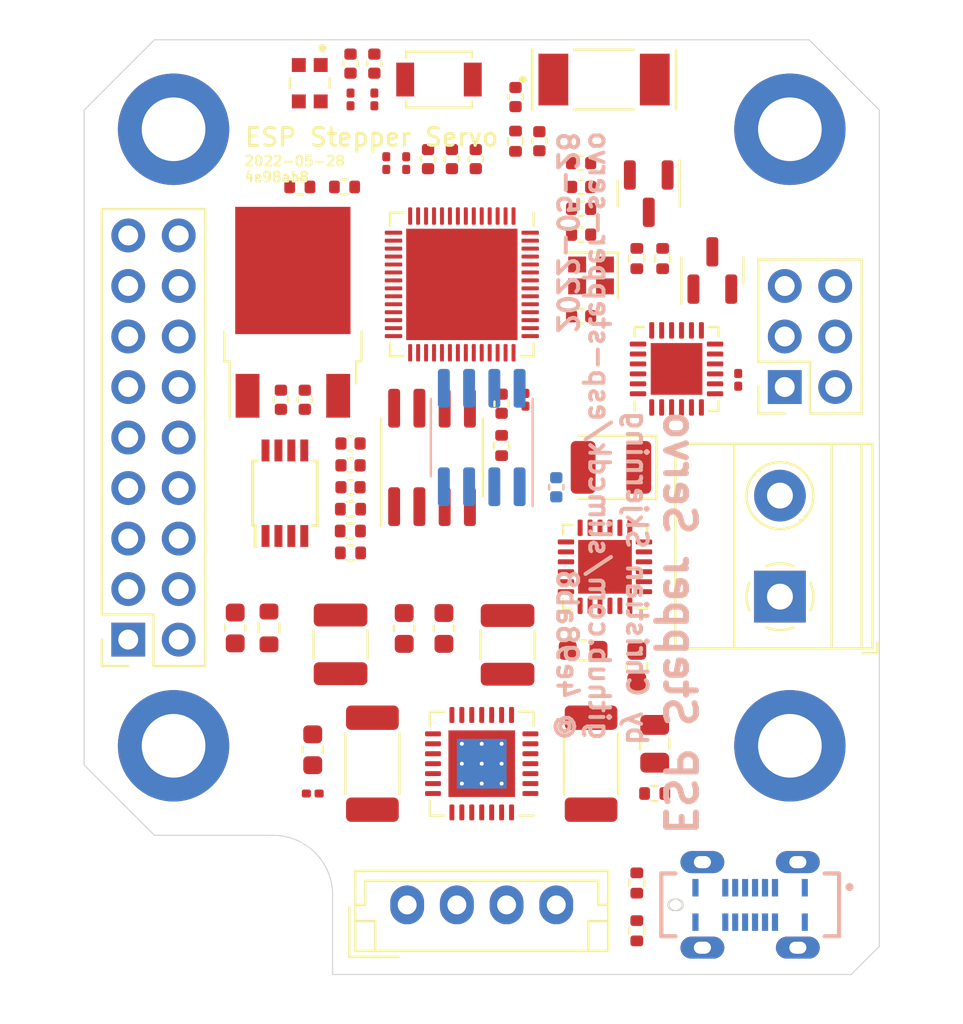
<source format=kicad_pcb>
(kicad_pcb (version 20211014) (generator pcbnew)
  (title_block (title "ESP Stepper Servo") (date "${date}") (rev "${commit}") (comment 1 "github.com/slimcdk/esp-stepper-servo/tree/${commit}"))
  (layers (0 "F.Cu" signal) (1 "In1.Cu" signal) (2 "In2.Cu" signal) (31 "B.Cu" signal) (34 "B.Paste" user) (35 "F.Paste" user) (36 "B.SilkS" user "B.Silkscreen") (37 "F.SilkS" user "F.Silkscreen") (38 "B.Mask" user) (39 "F.Mask" user) (44 "Edge.Cuts" user))
  (property "DATE_REPLACE" "2022-05-25")
  (property "commit" "4e98ab8")
  (property "commit_long" "abc5fc4a894f32302d7b4985fbf801590768d1d1")
  (property "commit_short" "abc5fc4")
  (property "date" "2022-05-28")
  (property "version" "577a51b")
  (net 0 "")
  (net 1 "GND")
  (net 2 "+3V3")
  (net 3 "VBUS")
  (net 4 "/ESP_EN")
  (net 5 "Net-(AE1-Pad1)")
  (net 6 "Net-(C10-Pad2)")
  (net 7 "Net-(C11-Pad2)")
  (net 8 "Net-(C11-Pad1)")
  (net 9 "Net-(D1-Pad4)")
  (net 11 "Net-(C9-Pad1)")
  (net 12 "Net-(C26-Pad2)")
  (net 13 "/ESP_IO47")
  (net 14 "/ESP_SPIVDD")
  (net 15 "Net-(C35-Pad2)")
  (net 16 "/ESP_IO03")
  (net 19 "/ESP_IO02")
  (net 20 "/USB_D- {slash} ESP_IO19")
  (net 21 "/ESP_IO18")
  (net 22 "/ESP_IO17")
  (net 23 "/ESP_IO14")
  (net 24 "/TMC2209_EN {slash} ESP_IO06")
  (net 25 "/I2C_SDA {slash} ESP_IO05")
  (net 26 "/I2C_SCL {slash} ESP_IO04")
  (net 27 "/UART1_RXD {slash} ESP_IO46")
  (net 28 "/UART1_TXD {slash} ESP_IO45")
  (net 29 "/USB_CC1")
  (net 30 "/USB_D+")
  (net 32 "/USB_D-")
  (net 34 "/USB_CC2")
  (net 35 "/TMC2209_OA2")
  (net 59 "/TMC2209_OA1")
  (net 60 "/TMC2209_OB2")
  (net 61 "/TMC2209_OB1")
  (net 62 "/ESP_IO00")
  (net 63 "/UART0_RXD {slash} ESP_IO44")
  (net 64 "/UART0_TXD {slash} ESP_IO43")
  (net 65 "Net-(C20-Pad1)")
  (net 66 "/CP2102_RTS")
  (net 67 "/CP2102_DTR")
  (net 78 "/TMC2209_DIAG")
  (net 79 "Net-(Q1-Pad1)")
  (net 80 "Net-(Q2-Pad1)")
  (net 81 "Net-(U8-Pad2)")
  (net 82 "Net-(R15-Pad2)")
  (net 95 "/SR_S {slash} ESP_IO10")
  (net 96 "/LED {slash} ESP_IO01")
  (net 97 "/SPICS1 {slash} ESP_IO26")
  (net 98 "/AS5601_A_ITR {slash} ESP_IO11")
  (net 99 "/AS5601_B_ITR {slash} ESP_IO12")
  (net 100 "/ESP_IO13")
  (net 101 "/USB_D+ {slash} ESP_IO20")
  (net 102 "/ESP_IO21")
  (net 103 "/SPIHD {slash} ESP_IO27")
  (net 104 "/SPIWP {slash} ESP_IO28")
  (net 105 "/SPICLK {slash} ESP_IO30")
  (net 106 "/SPIQ {slash} ESP_IO31")
  (net 107 "/SPID {slash} ESP_IO32")
  (net 108 "/TMC2209_STEP {slash} ESP_IO07")
  (net 109 "/TMC2209_DIR {slash} ESP_IO08")
  (net 110 "/SR_Q {slash} ESP_IO09")
  (net 111 "Net-(C8-Pad2)")
  (net 112 "Net-(R12-Pad2)")
  (net 113 "Net-(R13-Pad2)")
  (net 114 "Net-(R19-Pad1)")
  (footprint "MountingHole:MountingHole_3.2mm_M3_DIN965_Pad" (layer "F.Cu") (at 34.5 65.5)
    (fp_text reference "H4" hide)
    (fp_text value "M3 MountingHole")
    (pad "1" thru_hole circle locked (at 0 0) (size 5.6 5.6) (drill 3.2) (layers *.Cu *.Mask))
  )
  (footprint "MountingHole:MountingHole_3.2mm_M3_DIN965_Pad" (layer "F.Cu") (at 65.5 34.5)
    (fp_text reference "H3" hide)
    (fp_text value "M3 MountingHole")
    (pad "1" thru_hole circle locked (at 0 0) (size 5.6 5.6) (drill 3.2) (layers *.Cu *.Mask))
  )
  (footprint "MountingHole:MountingHole_3.2mm_M3_DIN965_Pad" (layer "F.Cu") (at 65.5 65.5)
    (fp_text reference "H1" hide)
    (fp_text value "M3 MountingHole")
    (pad "1" thru_hole circle locked (at 0 0) (size 5.6 5.6) (drill 3.2) (layers *.Cu *.Mask))
  )
  (footprint "MountingHole:MountingHole_3.2mm_M3_DIN965_Pad" (layer "F.Cu") (at 34.5 34.5)
    (fp_text reference "H2" hide)
    (fp_text value "M3 MountingHole")
    (pad "1" thru_hole circle locked (at 0 0) (size 5.6 5.6) (drill 3.2) (layers *.Cu *.Mask))
  )
  (footprint "Connector_PinSocket_2.54mm:PinSocket_2x09_P2.54mm_Vertical" (layer "F.Cu") (at 32.22 60.16 180)
    (fp_text reference "J1" hide)
    (fp_text value "Conn_01x18_Female")
    (pad "1" thru_hole rect locked (at 0 0 180) (size 1.7 1.7) (drill 1) (layers *.Cu *.Mask) (net 1 "GND"))
    (pad "2" thru_hole oval locked (at -2.54 0 180) (size 1.7 1.7) (drill 1) (layers *.Cu *.Mask) (net 3 "VBUS"))
    (pad "3" thru_hole oval locked (at 0 2.54 180) (size 1.7 1.7) (drill 1) (layers *.Cu *.Mask) (net 1 "GND"))
    (pad "4" thru_hole oval locked (at -2.54 2.54 180) (size 1.7 1.7) (drill 1) (layers *.Cu *.Mask) (net 3 "VBUS"))
    (pad "5" thru_hole oval locked (at 0 5.08 180) (size 1.7 1.7) (drill 1) (layers *.Cu *.Mask) (net 1 "GND"))
    (pad "6" thru_hole oval locked (at -2.54 5.08 180) (size 1.7 1.7) (drill 1) (layers *.Cu *.Mask) (net 3 "VBUS"))
    (pad "7" thru_hole oval locked (at 0 7.62 180) (size 1.7 1.7) (drill 1) (layers *.Cu *.Mask))
    (pad "8" thru_hole oval locked (at -2.54 7.62 180) (size 1.7 1.7) (drill 1) (layers *.Cu *.Mask))
    (pad "9" thru_hole oval locked (at 0 10.16 180) (size 1.7 1.7) (drill 1) (layers *.Cu *.Mask))
    (pad "10" thru_hole oval locked (at -2.54 10.16 180) (size 1.7 1.7) (drill 1) (layers *.Cu *.Mask))
    (pad "11" thru_hole oval locked (at 0 12.7 180) (size 1.7 1.7) (drill 1) (layers *.Cu *.Mask))
    (pad "12" thru_hole oval locked (at -2.54 12.7 180) (size 1.7 1.7) (drill 1) (layers *.Cu *.Mask))
    (pad "13" thru_hole oval locked (at 0 15.24 180) (size 1.7 1.7) (drill 1) (layers *.Cu *.Mask) (net 1 "GND"))
    (pad "14" thru_hole oval locked (at -2.54 15.24 180) (size 1.7 1.7) (drill 1) (layers *.Cu *.Mask) (net 24 "/TMC2209_EN {slash} ESP_IO06"))
    (pad "15" thru_hole oval locked (at 0 17.78 180) (size 1.7 1.7) (drill 1) (layers *.Cu *.Mask) (net 25 "/I2C_SDA {slash} ESP_IO05"))
    (pad "16" thru_hole oval locked (at -2.54 17.78 180) (size 1.7 1.7) (drill 1) (layers *.Cu *.Mask) (net 26 "/I2C_SCL {slash} ESP_IO04"))
    (pad "17" thru_hole oval locked (at 0 20.32 180) (size 1.7 1.7) (drill 1) (layers *.Cu *.Mask) (net 27 "/UART1_RXD {slash} ESP_IO46"))
    (pad "18" thru_hole oval locked (at -2.54 20.32 180) (size 1.7 1.7) (drill 1) (layers *.Cu *.Mask) (net 28 "/UART1_TXD {slash} ESP_IO45"))
  )
  (footprint "Resistor_SMD:R_0402_1005Metric" (layer "F.Cu") (at 43.4 53.6 180)
    (fp_text reference "R9" hide)
    (fp_text value "100K")
    (pad "1" smd roundrect (at -0.51 0 180) (size 0.54 0.64) (layers "F.Cu" "F.Paste" "F.Mask") (net 14 "/ESP_SPIVDD"))
    (pad "2" smd roundrect (at 0.51 0 180) (size 0.54 0.64) (layers "F.Cu" "F.Paste" "F.Mask") (net 97 "/SPICS1 {slash} ESP_IO26"))
  )
  (footprint "Resistor_SMD:R_0402_1005Metric" (layer "F.Cu") (at 51.7 35.1 -90)
    (fp_text reference "L1" hide)
    (fp_text value "0R")
    (pad "1" smd roundrect (at -0.51 0 270) (size 0.54 0.64) (layers "F.Cu" "F.Paste" "F.Mask") (net 5 "Net-(AE1-Pad1)"))
    (pad "2" smd roundrect (at 0.51 0 270) (size 0.54 0.64) (layers "F.Cu" "F.Paste" "F.Mask") (net 65 "Net-(C20-Pad1)"))
  )
  (footprint "Capacitor_SMD:C_0603_1608Metric" (layer "F.Cu") (at 41.5 65.7 -90)
    (fp_text reference "C14" hide)
    (fp_text value "100nF")
    (pad "1" smd roundrect (at -0.775 0 270) (size 0.9 0.95) (layers "F.Cu" "F.Paste" "F.Mask") (net 1 "GND"))
    (pad "2" smd roundrect (at 0.775 0 270) (size 0.9 0.95) (layers "F.Cu" "F.Paste" "F.Mask") (net 2 "+3V3"))
  )
  (footprint "Resistor_SMD:R_0201_0603Metric" (layer "F.Cu") (at 52.2 48.1 -90)
    (fp_text reference "R11" hide)
    (fp_text value "1K-1%")
    (pad "1" smd roundrect (at -0.32 0 270) (size 0.46 0.4) (layers "F.Cu" "F.Mask") (net 28 "/UART1_TXD {slash} ESP_IO45"))
    (pad "2" smd roundrect (at 0.32 0 270) (size 0.46 0.4) (layers "F.Cu" "F.Mask") (net 27 "/UART1_RXD {slash} ESP_IO46"))
  )
  (footprint "Capacitor_SMD:C_0402_1005Metric" (layer "F.Cu") (at 55 37.4 180)
    (fp_text reference "C30" hide)
    (fp_text value "1µF")
    (pad "1" smd roundrect (at -0.48 0 180) (size 0.56 0.62) (layers "F.Cu" "F.Paste" "F.Mask") (net 1 "GND"))
    (pad "2" smd roundrect (at 0.48 0 180) (size 0.56 0.62) (layers "F.Cu" "F.Paste" "F.Mask") (net 2 "+3V3"))
  )
  (footprint "Package_SO:SOIC-8_3.9x4.9mm_P1.27mm" (layer "F.Cu") (at 47.5 51 90)
    (fp_text reference "U7" hide)
    (fp_text value "ESP-PSRAM32")
    (pad "1" smd roundrect (at -2.475 -1.905 90) (size 1.95 0.6) (layers "F.Cu" "F.Paste" "F.Mask") (net 97 "/SPICS1 {slash} ESP_IO26"))
    (pad "2" smd roundrect (at -2.475 -0.635 90) (size 1.95 0.6) (layers "F.Cu" "F.Paste" "F.Mask") (net 106 "/SPIQ {slash} ESP_IO31"))
    (pad "3" smd roundrect (at -2.475 0.635 90) (size 1.95 0.6) (layers "F.Cu" "F.Paste" "F.Mask") (net 104 "/SPIWP {slash} ESP_IO28"))
    (pad "4" smd roundrect (at -2.475 1.905 90) (size 1.95 0.6) (layers "F.Cu" "F.Paste" "F.Mask") (net 1 "GND"))
    (pad "5" smd roundrect (at 2.475 1.905 90) (size 1.95 0.6) (layers "F.Cu" "F.Paste" "F.Mask") (net 107 "/SPID {slash} ESP_IO32"))
    (pad "6" smd roundrect (at 2.475 0.635 90) (size 1.95 0.6) (layers "F.Cu" "F.Paste" "F.Mask") (net 105 "/SPICLK {slash} ESP_IO30"))
    (pad "7" smd roundrect (at 2.475 -0.635 90) (size 1.95 0.6) (layers "F.Cu" "F.Paste" "F.Mask") (net 103 "/SPIHD {slash} ESP_IO27"))
    (pad "8" smd roundrect (at 2.475 -1.905 90) (size 1.95 0.6) (layers "F.Cu" "F.Paste" "F.Mask") (net 14 "/ESP_SPIVDD"))
  )
  (footprint "Resistor_SMD:R_0201_0603Metric" (layer "F.Cu") (at 46.2 36.2 -90)
    (fp_text reference "R20" hide)
    (fp_text value "4K7")
    (pad "1" smd roundrect (at -0.32 0 270) (size 0.46 0.4) (layers "F.Cu" "F.Mask") (net 2 "+3V3"))
    (pad "2" smd roundrect (at 0.32 0 270) (size 0.46 0.4) (layers "F.Cu" "F.Mask") (net 26 "/I2C_SCL {slash} ESP_IO04"))
  )
  (footprint "Resistor_SMD:R_0402_1005Metric" (layer "F.Cu") (at 43.4 55.8)
    (fp_text reference "R18" hide)
    (fp_text value "20K")
    (pad "1" smd roundrect (at -0.51 0) (size 0.54 0.64) (layers "F.Cu" "F.Paste" "F.Mask") (net 95 "/SR_S {slash} ESP_IO10"))
    (pad "2" smd roundrect (at 0.51 0) (size 0.54 0.64) (layers "F.Cu" "F.Paste" "F.Mask") (net 1 "GND"))
  )
  (footprint "Package_DFN_QFN:QFN-28-1EP_5x5mm_P0.5mm_EP3.35x3.35mm_ThermalVias" (layer "F.Cu") (at 50 66.4 180)
    (fp_text reference "U5" hide)
    (fp_text value "TMC2209-LA")
    (pad "1" smd roundrect (at -2.45 -1.5 180) (size 0.8 0.25) (layers "F.Cu" "F.Paste" "F.Mask") (net 60 "/TMC2209_OB2"))
    (pad "2" smd roundrect (at -2.45 -1 180) (size 0.8 0.25) (layers "F.Cu" "F.Paste" "F.Mask") (net 24 "/TMC2209_EN {slash} ESP_IO06"))
    (pad "3" smd roundrect (at -2.45 -0.5 180) (size 0.8 0.25) (layers "F.Cu" "F.Paste" "F.Mask") (net 1 "GND"))
    (pad "4" smd roundrect (at -2.45 0 180) (size 0.8 0.25) (layers "F.Cu" "F.Paste" "F.Mask") (net 7 "Net-(C11-Pad2)"))
    (pad "5" smd roundrect (at -2.45 0.5 180) (size 0.8 0.25) (layers "F.Cu" "F.Paste" "F.Mask") (net 8 "Net-(C11-Pad1)"))
    (pad "6" smd roundrect (at -2.45 1 180) (size 0.8 0.25) (layers "F.Cu" "F.Paste" "F.Mask") (net 6 "Net-(C10-Pad2)"))
    (pad "7" smd roundrect (at -2.45 1.5 180) (size 0.8 0.25) (layers "F.Cu" "F.Paste" "F.Mask"))
    (pad "8" smd roundrect (at -1.5 2.45 180) (size 0.25 0.8) (layers "F.Cu" "F.Paste" "F.Mask") (net 11 "Net-(C9-Pad1)"))
    (pad "9" smd roundrect (at -1 2.45 180) (size 0.25 0.8) (layers "F.Cu" "F.Paste" "F.Mask"))
    (pad "10" smd roundrect (at -0.5 2.45 180) (size 0.25 0.8) (layers "F.Cu" "F.Paste" "F.Mask"))
    (pad "11" smd roundrect (at 0 2.45 180) (size 0.25 0.8) (layers "F.Cu" "F.Paste" "F.Mask") (net 78 "/TMC2209_DIAG"))
    (pad "12" smd roundrect (at 0.5 2.45 180) (size 0.25 0.8) (layers "F.Cu" "F.Paste" "F.Mask"))
    (pad "13" smd roundrect (at 1 2.45 180) (size 0.25 0.8) (layers "F.Cu" "F.Paste" "F.Mask") (net 1 "GND"))
    (pad "14" smd roundrect (at 1.5 2.45 180) (size 0.25 0.8) (layers "F.Cu" "F.Paste" "F.Mask") (net 27 "/UART1_RXD {slash} ESP_IO46"))
    (pad "15" smd roundrect (at 2.45 1.5 180) (size 0.8 0.25) (layers "F.Cu" "F.Paste" "F.Mask") (net 2 "+3V3"))
    (pad "16" smd roundrect (at 2.45 1 180) (size 0.8 0.25) (layers "F.Cu" "F.Paste" "F.Mask") (net 108 "/TMC2209_STEP {slash} ESP_IO07"))
    (pad "17" smd roundrect (at 2.45 0.5 180) (size 0.8 0.25) (layers "F.Cu" "F.Paste" "F.Mask"))
    (pad "18" smd roundrect (at 2.45 0 180) (size 0.8 0.25) (layers "F.Cu" "F.Paste" "F.Mask") (net 1 "GND"))
    (pad "19" smd roundrect (at 2.45 -0.5 180) (size 0.8 0.25) (layers "F.Cu" "F.Paste" "F.Mask") (net 109 "/TMC2209_DIR {slash} ESP_IO08"))
    (pad "20" smd roundrect (at 2.45 -1 180) (size 0.8 0.25) (layers "F.Cu" "F.Paste" "F.Mask") (net 114 "Net-(R19-Pad1)"))
    (pad "21" smd roundrect (at 2.45 -1.5 180) (size 0.8 0.25) (layers "F.Cu" "F.Paste" "F.Mask") (net 35 "/TMC2209_OA2"))
    (pad "22" smd roundrect (at 1.5 -2.45 180) (size 0.25 0.8) (layers "F.Cu" "F.Paste" "F.Mask") (net 3 "VBUS"))
    (pad "23" smd roundrect (at 1 -2.45 180) (size 0.25 0.8) (layers "F.Cu" "F.Paste" "F.Mask") (net 112 "Net-(R12-Pad2)"))
    (pad "24" smd roundrect (at 0.5 -2.45 180) (size 0.25 0.8) (layers "F.Cu" "F.Paste" "F.Mask") (net 59 "/TMC2209_OA1"))
    (pad "25" smd roundrect (at 0 -2.45 180) (size 0.25 0.8) (layers "F.Cu" "F.Paste" "F.Mask"))
    (pad "26" smd roundrect (at -0.5 -2.45 180) (size 0.25 0.8) (layers "F.Cu" "F.Paste" "F.Mask") (net 61 "/TMC2209_OB1"))
    (pad "27" smd roundrect (at -1 -2.45 180) (size 0.25 0.8) (layers "F.Cu" "F.Paste" "F.Mask") (net 113 "Net-(R13-Pad2)"))
    (pad "28" smd roundrect (at -1.5 -2.45 180) (size 0.25 0.8) (layers "F.Cu" "F.Paste" "F.Mask") (net 3 "VBUS"))
    (pad "29" smd rect (at 0 0 180) (size 3.35 3.35) (layers "F.Cu" "F.Mask") (net 1 "GND"))
    (pad "29" thru_hole circle (at 1 -1 180) (size 0.5 0.5) (drill 0.2) (layers *.Cu) (net 1 "GND"))
    (pad "29" thru_hole circle (at 0 0 180) (size 0.5 0.5) (drill 0.2) (layers *.Cu) (net 1 "GND"))
    (pad "29" smd rect (at 0 0 180) (size 2.5 2.5) (layers "B.Cu") (net 1 "GND"))
    (pad "29" thru_hole circle (at 0 1 180) (size 0.5 0.5) (drill 0.2) (layers *.Cu) (net 1 "GND"))
    (pad "29" thru_hole circle (at -1 1 180) (size 0.5 0.5) (drill 0.2) (layers *.Cu) (net 1 "GND"))
    (pad "29" thru_hole circle (at 1 1 180) (size 0.5 0.5) (drill 0.2) (layers *.Cu) (net 1 "GND"))
    (pad "29" thru_hole circle (at 0 -1 180) (size 0.5 0.5) (drill 0.2) (layers *.Cu) (net 1 "GND"))
    (pad "29" thru_hole circle (at 1 0 180) (size 0.5 0.5) (drill 0.2) (layers *.Cu) (net 1 "GND"))
    (pad "29" thru_hole circle (at -1 0 180) (size 0.5 0.5) (drill 0.2) (layers *.Cu) (net 1 "GND"))
    (pad "29" thru_hole circle (at -1 -1 180) (size 0.5 0.5) (drill 0.2) (layers *.Cu) (net 1 "GND"))
  )
  (footprint "Slimc_RF_Antenna:XCVR_NN01-102" (layer "F.Cu") (at 56.1535 32)
    (fp_text reference "AE1" hide)
    (fp_text value "Antenna")
    (pad "1" smd rect (at -2.55 0) (size 1.5 2.6) (layers "F.Cu" "F.Paste" "F.Mask") (net 5 "Net-(AE1-Pad1)"))
    (pad "2" smd rect (at 2.55 0) (size 1.5 2.6) (layers "F.Cu" "F.Paste" "F.Mask") (net 1 "GND"))
  )
  (footprint "Resistor_SMD:R_0201_0603Metric" (layer "F.Cu") (at 41.5 67.9 180)
    (fp_text reference "R19" hide)
    (fp_text value "100K")
    (pad "1" smd roundrect (at -0.32 0 180) (size 0.46 0.4) (layers "F.Cu" "F.Mask") (net 114 "Net-(R19-Pad1)"))
    (pad "2" smd roundrect (at 0.32 0 180) (size 0.46 0.4) (layers "F.Cu" "F.Mask") (net 1 "GND"))
  )
  (footprint "Button_Switch_SMD:SW_SPST_B3U-1000P" (layer "F.Cu") (at 47.85 32 180)
    (fp_text reference "SW1" hide)
    (fp_text value "RST_SW_Push")
    (pad "1" smd rect (at -1.7 0 180) (size 0.9 1.7) (layers "F.Cu" "F.Paste" "F.Mask") (net 1 "GND"))
    (pad "2" smd rect (at 1.7 0 180) (size 0.9 1.7) (layers "F.Cu" "F.Paste" "F.Mask") (net 4 "/ESP_EN"))
  )
  (footprint "Capacitor_SMD:C_0402_1005Metric" (layer "F.Cu") (at 39.9 48.1 90)
    (fp_text reference "C3" hide)
    (fp_text value "10µF-35V")
    (pad "1" smd roundrect (at -0.48 0 90) (size 0.56 0.62) (layers "F.Cu" "F.Paste" "F.Mask") (net 1 "GND"))
    (pad "2" smd roundrect (at 0.48 0 90) (size 0.56 0.62) (layers "F.Cu" "F.Paste" "F.Mask") (net 3 "VBUS"))
  )
  (footprint "Capacitor_SMD:C_1210_3225Metric" (layer "F.Cu") (at 42.9 60.4 -90)
    (fp_text reference "C15" hide)
    (fp_text value "10µF-50V")
    (pad "1" smd roundrect (at -1.475 0 270) (size 1.15 2.7) (layers "F.Cu" "F.Paste" "F.Mask") (roundrect_rratio 0.2173913043) (net 3 "VBUS"))
    (pad "2" smd roundrect (at 1.475 0 270) (size 1.15 2.7) (layers "F.Cu" "F.Paste" "F.Mask") (roundrect_rratio 0.2173913043) (net 1 "GND"))
  )
  (footprint "Resistor_SMD:R_0201_0603Metric" (layer "F.Cu") (at 43.4 33 90)
    (fp_text reference "R4" hide)
    (fp_text value "230")
    (pad "1" smd roundrect (at -0.32 0 90) (size 0.46 0.4) (layers "F.Cu" "F.Mask") (net 96 "/LED {slash} ESP_IO01"))
    (pad "2" smd roundrect (at 0.32 0 90) (size 0.46 0.4) (layers "F.Cu" "F.Mask") (net 9 "Net-(D1-Pad4)"))
  )
  (footprint "Capacitor_SMD:C_0603_1608Metric" (layer "F.Cu") (at 37.6 59.575 90)
    (fp_text reference "C8" hide)
    (fp_text value "1µF-50V")
    (pad "1" smd roundrect (at -0.775 0 90) (size 0.9 0.95) (layers "F.Cu" "F.Paste" "F.Mask") (net 3 "VBUS"))
    (pad "2" smd roundrect (at 0.775 0 90) (size 0.9 0.95) (layers "F.Cu" "F.Paste" "F.Mask") (net 111 "Net-(C8-Pad2)"))
  )
  (footprint "Connector_JST:JST_EH_B4B-EH-A_1x04_P2.50mm_Vertical" (layer "F.Cu") (at 46.25 73.5)
    (fp_text reference "J3" hide)
    (fp_text value "Motor_Conn_01x04")
    (pad "1" thru_hole oval locked (at 0 0) (size 1.7 1.95) (drill 0.95) (layers *.Cu *.Mask) (net 35 "/TMC2209_OA2"))
    (pad "2" thru_hole oval locked (at 2.5 0) (size 1.7 1.95) (drill 0.95) (layers *.Cu *.Mask) (net 59 "/TMC2209_OA1"))
    (pad "3" thru_hole oval locked (at 5 0) (size 1.7 1.95) (drill 0.95) (layers *.Cu *.Mask) (net 61 "/TMC2209_OB1"))
    (pad "4" thru_hole oval locked (at 7.5 0) (size 1.7 1.95) (drill 0.95) (layers *.Cu *.Mask) (net 60 "/TMC2209_OB2"))
  )
  (footprint "Capacitor_SMD:C_0402_1005Metric" (layer "F.Cu") (at 55 38.5 180)
    (fp_text reference "C7" hide)
    (fp_text value "10nF")
    (pad "1" smd roundrect (at -0.48 0 180) (size 0.56 0.62) (layers "F.Cu" "F.Paste" "F.Mask") (net 1 "GND"))
    (pad "2" smd roundrect (at 0.48 0 180) (size 0.56 0.62) (layers "F.Cu" "F.Paste" "F.Mask") (net 2 "+3V3"))
  )
  (footprint "Resistor_SMD:R_2010_5025Metric" (layer "F.Cu") (at 44.5 66.4 -90)
    (fp_text reference "R12" hide)
    (fp_text value "0R100")
    (pad "1" smd roundrect (at -2.3125 0 270) (size 1.225 2.65) (layers "F.Cu" "F.Paste" "F.Mask") (roundrect_rratio 0.2040816327) (net 1 "GND"))
    (pad "2" smd roundrect (at 2.3125 0 270) (size 1.225 2.65) (layers "F.Cu" "F.Paste" "F.Mask") (roundrect_rratio 0.2040816327) (net 112 "Net-(R12-Pad2)"))
  )
  (footprint "Resistor_SMD:R_0201_0603Metric" (layer "F.Cu") (at 62.9 47.1 90)
    (fp_text reference "R15" hide)
    (fp_text value "10K")
    (pad "1" smd roundrect (at -0.32 0 90) (size 0.46 0.4) (layers "F.Cu" "F.Mask") (net 2 "+3V3"))
    (pad "2" smd roundrect (at 0.32 0 90) (size 0.46 0.4) (layers "F.Cu" "F.Mask") (net 82 "Net-(R15-Pad2)"))
  )
  (footprint "Package_TO_SOT_SMD:SOT-23" (layer "F.Cu") (at 58.4 37.737087 -90)
    (fp_text reference "Q2" hide)
    (fp_text value "SS8050-G")
    (pad "1" smd roundrect (at -0.9375 -0.95 270) (size 1.475 0.6) (layers "F.Cu" "F.Paste" "F.Mask") (net 80 "Net-(Q2-Pad1)"))
    (pad "2" smd roundrect (at -0.9375 0.95 270) (size 1.475 0.6) (layers "F.Cu" "F.Paste" "F.Mask") (net 67 "/CP2102_DTR"))
    (pad "3" smd roundrect (at 0.9375 0 270) (size 1.475 0.6) (layers "F.Cu" "F.Paste" "F.Mask") (net 62 "/ESP_IO00"))
  )
  (footprint "Capacitor_SMD:C_0402_1005Metric" (layer "F.Cu") (at 52.9 35.1 90)
    (fp_text reference "C20" hide)
    (fp_text value "NC")
    (pad "1" smd roundrect (at -0.48 0 90) (size 0.56 0.62) (layers "F.Cu" "F.Paste" "F.Mask") (net 65 "Net-(C20-Pad1)"))
    (pad "2" smd roundrect (at 0.48 0 90) (size 0.56 0.62) (layers "F.Cu" "F.Paste" "F.Mask") (net 1 "GND"))
  )
  (footprint "Capacitor_SMD:C_0402_1005Metric" (layer "F.Cu") (at 43.4 50.3)
    (fp_text reference "C33" hide)
    (fp_text value "100nF")
    (pad "1" smd roundrect (at -0.48 0) (size 0.56 0.62) (layers "F.Cu" "F.Paste" "F.Mask") (net 1 "GND"))
    (pad "2" smd roundrect (at 0.48 0) (size 0.56 0.62) (layers "F.Cu" "F.Paste" "F.Mask") (net 2 "+3V3"))
  )
  (footprint "Resistor_SMD:R_0402_1005Metric" (layer "F.Cu") (at 57.8 72.4 90)
    (fp_text reference "R8" hide)
    (fp_text value "5K1")
    (pad "1" smd roundrect (at -0.51 0 90) (size 0.54 0.64) (layers "F.Cu" "F.Paste" "F.Mask") (net 29 "/USB_CC1"))
    (pad "2" smd roundrect (at 0.51 0 90) (size 0.54 0.64) (layers "F.Cu" "F.Paste" "F.Mask") (net 1 "GND"))
  )
  (footprint "Resistor_SMD:R_0402_1005Metric" (layer "F.Cu") (at 57.8 74.8 -90)
    (fp_text reference "R10" hide)
    (fp_text value "5K1")
    (pad "1" smd roundrect (at -0.51 0 270) (size 0.54 0.64) (layers "F.Cu" "F.Paste" "F.Mask") (net 34 "/USB_CC2"))
    (pad "2" smd roundrect (at 0.51 0 270) (size 0.54 0.64) (layers "F.Cu" "F.Paste" "F.Mask") (net 1 "GND"))
  )
  (footprint "Capacitor_SMD:C_0402_1005Metric" (layer "F.Cu") (at 43.4 31.2 90)
    (fp_text reference "C1" hide)
    (fp_text value "100nF")
    (pad "1" smd roundrect (at -0.48 0 90) (size 0.56 0.62) (layers "F.Cu" "F.Paste" "F.Mask") (net 2 "+3V3"))
    (pad "2" smd roundrect (at 0.48 0 90) (size 0.56 0.62) (layers "F.Cu" "F.Paste" "F.Mask") (net 1 "GND"))
  )
  (footprint "Capacitor_SMD:C_0402_1005Metric" (layer "F.Cu") (at 48.5 36 -90)
    (fp_text reference "C5" hide)
    (fp_text value "1µF")
    (pad "1" smd roundrect (at -0.48 0 270) (size 0.56 0.62) (layers "F.Cu" "F.Paste" "F.Mask") (net 1 "GND"))
    (pad "2" smd roundrect (at 0.48 0 270) (size 0.56 0.62) (layers "F.Cu" "F.Paste" "F.Mask") (net 2 "+3V3"))
  )
  (footprint "Resistor_SMD:R_0402_1005Metric" (layer "F.Cu") (at 59.1 41 90)
    (fp_text reference "R17" hide)
    (fp_text value "10K")
    (pad "1" smd roundrect (at -0.51 0 90) (size 0.54 0.64) (layers "F.Cu" "F.Paste" "F.Mask") (net 66 "/CP2102_RTS"))
    (pad "2" smd roundrect (at 0.51 0 90) (size 0.54 0.64) (layers "F.Cu" "F.Paste" "F.Mask") (net 80 "Net-(Q2-Pad1)"))
  )
  (footprint "Package_DFN_QFN:QFN-56-1EP_7x7mm_P0.4mm_EP5.6x5.6mm" (layer "F.Cu") (at 49 42.3 -90)
    (fp_text reference "U3" hide)
    (fp_text value "ESP32-S3")
    (pad "1" smd roundrect (at -3.4375 -2.6 270) (size 0.875 0.2) (layers "F.Cu" "F.Paste" "F.Mask") (net 65 "Net-(C20-Pad1)"))
    (pad "2" smd roundrect (at -3.4375 -2.2 270) (size 0.875 0.2) (layers "F.Cu" "F.Paste" "F.Mask") (net 2 "+3V3"))
    (pad "3" smd roundrect (at -3.4375 -1.8 270) (size 0.875 0.2) (layers "F.Cu" "F.Paste" "F.Mask") (net 2 "+3V3"))
    (pad "4" smd roundrect (at -3.4375 -1.4 270) (size 0.875 0.2) (layers "F.Cu" "F.Paste" "F.Mask") (net 4 "/ESP_EN"))
    (pad "5" smd roundrect (at -3.4375 -1 270) (size 0.875 0.2) (layers "F.Cu" "F.Paste" "F.Mask") (net 62 "/ESP_IO00"))
    (pad "6" smd roundrect (at -3.4375 -0.6 270) (size 0.875 0.2) (layers "F.Cu" "F.Paste" "F.Mask") (net 96 "/LED {slash} ESP_IO01"))
    (pad "7" smd roundrect (at -3.4375 -0.2 270) (size 0.875 0.2) (layers "F.Cu" "F.Paste" "F.Mask") (net 19 "/ESP_IO02"))
    (pad "8" smd roundrect (at -3.4375 0.2 270) (size 0.875 0.2) (layers "F.Cu" "F.Paste" "F.Mask") (net 16 "/ESP_IO03"))
    (pad "9" smd roundrect (at -3.4375 0.6 270) (size 0.875 0.2) (layers "F.Cu" "F.Paste" "F.Mask") (net 26 "/I2C_SCL {slash} ESP_IO04"))
    (pad "10" smd roundrect (at -3.4375 1 270) (size 0.875 0.2) (layers "F.Cu" "F.Paste" "F.Mask") (net 25 "/I2C_SDA {slash} ESP_IO05"))
    (pad "11" smd roundrect (at -3.4375 1.4 270) (size 0.875 0.2) (layers "F.Cu" "F.Paste" "F.Mask") (net 24 "/TMC2209_EN {slash} ESP_IO06"))
    (pad "12" smd roundrect (at -3.4375 1.8 270) (size 0.875 0.2) (layers "F.Cu" "F.Paste" "F.Mask") (net 108 "/TMC2209_STEP {slash} ESP_IO07"))
    (pad "13" smd roundrect (at -3.4375 2.2 270) (size 0.875 0.2) (layers "F.Cu" "F.Paste" "F.Mask") (net 109 "/TMC2209_DIR {slash} ESP_IO08"))
    (pad "14" smd roundrect (at -3.4375 2.6 270) (size 0.875 0.2) (layers "F.Cu" "F.Paste" "F.Mask") (net 110 "/SR_Q {slash} ESP_IO09"))
    (pad "15" smd roundrect (at -2.6 3.4375 270) (size 0.2 0.875) (layers "F.Cu" "F.Paste" "F.Mask") (net 95 "/SR_S {slash} ESP_IO10"))
    (pad "16" smd roundrect (at -2.2 3.4375 270) (size 0.2 0.875) (layers "F.Cu" "F.Paste" "F.Mask") (net 98 "/AS5601_A_ITR {slash} ESP_IO11"))
    (pad "17" smd roundrect (at -1.8 3.4375 270) (size 0.2 0.875) (layers "F.Cu" "F.Paste" "F.Mask") (net 99 "/AS5601_B_ITR {slash} ESP_IO12"))
    (pad "18" smd roundrect (at -1.4 3.4375 270) (size 0.2 0.875) (layers "F.Cu" "F.Paste" "F.Mask") (net 100 "/ESP_IO13"))
    (pad "19" smd roundrect (at -1 3.4375 270) (size 0.2 0.875) (layers "F.Cu" "F.Paste" "F.Mask") (net 23 "/ESP_IO14"))
    (pad "20" smd roundrect (at -0.6 3.4375 270) (size 0.2 0.875) (layers "F.Cu" "F.Paste" "F.Mask") (net 2 "+3V3"))
    (pad "21" smd roundrect (at -0.2 3.4375 270) (size 0.2 0.875) (layers "F.Cu" "F.Paste" "F.Mask"))
    (pad "22" smd roundrect (at 0.2 3.4375 270) (size 0.2 0.875) (layers "F.Cu" "F.Paste" "F.Mask"))
    (pad "23" smd roundrect (at 0.6 3.4375 270) (size 0.2 0.875) (layers "F.Cu" "F.Paste" "F.Mask") (net 22 "/ESP_IO17"))
    (pad "24" smd roundrect (at 1 3.4375 270) (size 0.2 0.875) (layers "F.Cu" "F.Paste" "F.Mask") (net 21 "/ESP_IO18"))
    (pad "25" smd roundrect (at 1.4 3.4375 270) (size 0.2 0.875) (layers "F.Cu" "F.Paste" "F.Mask") (net 20 "/USB_D- {slash} ESP_IO19"))
    (pad "26" smd roundrect (at 1.8 3.4375 270) (size 0.2 0.875) (layers "F.Cu" "F.Paste" "F.Mask") (net 101 "/USB_D+ {slash} ESP_IO20"))
    (pad "27" smd roundrect (at 2.2 3.4375 270) (size 0.2 0.875) (layers "F.Cu" "F.Paste" "F.Mask") (net 102 "/ESP_IO21"))
    (pad "28" smd roundrect (at 2.6 3.4375 270) (size 0.2 0.875) (layers "F.Cu" "F.Paste" "F.Mask") (net 97 "/SPICS1 {slash} ESP_IO26"))
    (pad "29" smd roundrect (at 3.4375 2.6 270) (size 0.875 0.2) (layers "F.Cu" "F.Paste" "F.Mask") (net 14 "/ESP_SPIVDD"))
    (pad "30" smd roundrect (at 3.4375 2.2 270) (size 0.875 0.2) (layers "F.Cu" "F.Paste" "F.Mask") (net 103 "/SPIHD {slash} ESP_IO27"))
    (pad "31" smd roundrect (at 3.4375 1.8 270) (size 0.875 0.2) (layers "F.Cu" "F.Paste" "F.Mask") (net 104 "/SPIWP {slash} ESP_IO28"))
    (pad "32" smd roundrect (at 3.4375 1.4 270) (size 0.875 0.2) (layers "F.Cu" "F.Paste" "F.Mask"))
    (pad "33" smd roundrect (at 3.4375 1 270) (size 0.875 0.2) (layers "F.Cu" "F.Paste" "F.Mask") (net 105 "/SPICLK {slash} ESP_IO30"))
    (pad "34" smd roundrect (at 3.4375 0.6 270) (size 0.875 0.2) (layers "F.Cu" "F.Paste" "F.Mask") (net 106 "/SPIQ {slash} ESP_IO31"))
    (pad "35" smd roundrect (at 3.4375 0.2 270) (size 0.875 0.2) (layers "F.Cu" "F.Paste" "F.Mask") (net 107 "/SPID {slash} ESP_IO32"))
    (pad "36" smd roundrect (at 3.4375 -0.2 270) (size 0.875 0.2) (layers "F.Cu" "F.Paste" "F.Mask"))
    (pad "37" smd roundrect (at 3.4375 -0.6 270) (size 0.875 0.2) (layers "F.Cu" "F.Paste" "F.Mask") (net 13 "/ESP_IO47"))
    (pad "38" smd roundrect (at 3.4375 -1 270) (size 0.875 0.2) (layers "F.Cu" "F.Paste" "F.Mask"))
    (pad "39" smd roundrect (at 3.4375 -1.4 270) (size 0.875 0.2) (layers "F.Cu" "F.Paste" "F.Mask"))
    (pad "40" smd roundrect (at 3.4375 -1.8 270) (size 0.875 0.2) (layers "F.Cu" "F.Paste" "F.Mask"))
    (pad "41" smd roundrect (at 3.4375 -2.2 270) (size 0.875 0.2) (layers "F.Cu" "F.Paste" "F.Mask") (net 28 "/UART1_TXD {slash} ESP_IO45"))
    (pad "42" smd roundrect (at 3.4375 -2.6 270) (size 0.875 0.2) (layers "F.Cu" "F.Paste" "F.Mask") (net 27 "/UART1_RXD {slash} ESP_IO46"))
    (pad "43" smd roundrect (at 2.6 -3.4375 270) (size 0.2 0.875) (layers "F.Cu" "F.Paste" "F.Mask"))
    (pad "44" smd roundrect (at 2.2 -3.4375 270) (size 0.2 0.875) (layers "F.Cu" "F.Paste" "F.Mask"))
    (pad "45" smd roundrect (at 1.8 -3.4375 270) (size 0.2 0.875) (layers "F.Cu" "F.Paste" "F.Mask"))
    (pad "46" smd roundrect (at 1.4 -3.4375 270) (size 0.2 0.875) (layers "F.Cu" "F.Paste" "F.Mask") (net 2 "+3V3"))
    (pad "47" smd roundrect (at 1 -3.4375 270) (size 0.2 0.875) (layers "F.Cu" "F.Paste" "F.Mask"))
    (pad "48" smd roundrect (at 0.6 -3.4375 270) (size 0.2 0.875) (layers "F.Cu" "F.Paste" "F.Mask"))
    (pad "49" smd roundrect (at 0.2 -3.4375 270) (size 0.2 0.875) (layers "F.Cu" "F.Paste" "F.Mask") (net 64 "/UART0_TXD {slash} ESP_IO43"))
    (pad "50" smd roundrect (at -0.2 -3.4375 270) (size 0.2 0.875) (layers "F.Cu" "F.Paste" "F.Mask") (net 63 "/UART0_RXD {slash} ESP_IO44"))
    (pad "51" smd roundrect (at -0.6 -3.4375 270) (size 0.2 0.875) (layers "F.Cu" "F.Paste" "F.Mask"))
    (pad "52" smd roundrect (at -1 -3.4375 270) (size 0.2 0.875) (layers "F.Cu" "F.Paste" "F.Mask"))
    (pad "53" smd roundrect (at -1.4 -3.4375 270) (size 0.2 0.875) (layers "F.Cu" "F.Paste" "F.Mask") (net 12 "Net-(C26-Pad2)"))
    (pad "54" smd roundrect (at -1.8 -3.4375 270) (size 0.2 0.875) (layers "F.Cu" "F.Paste" "F.Mask") (net 15 "Net-(C35-Pad2)"))
    (pad "55" smd roundrect (at -2.2 -3.4375 270) (size 0.2 0.875) (layers "F.Cu" "F.Paste" "F.Mask") (net 2 "+3V3"))
    (pad "56" smd roundrect (at -2.6 -3.4375 270) (size 0.2 0.875) (layers "F.Cu" "F.Paste" "F.Mask") (net 2 "+3V3"))
    (pad "57" smd rect (at 0 0 270) (size 5.6 5.6) (layers "F.Cu" "F.Mask") (net 1 "GND"))
  )
  (footprint "TerminalBlock_Phoenix:TerminalBlock_Phoenix_MKDS-1,5-2-5.08_1x02_P5.08mm_Horizontal" (layer "F.Cu") (at 65 58 90)
    (fp_text reference "J4" hide)
    (fp_text value "Screw_Terminals")
    (pad "1" thru_hole rect (at 0 0 90) (size 2.6 2.6) (drill 1.3) (layers *.Cu *.Mask) (net 1 "GND"))
    (pad "2" thru_hole circle (at 5.08 0 90) (size 2.6 2.6) (drill 1.3) (layers *.Cu *.Mask) (net 3 "VBUS"))
  )
  (footprint "Capacitor_SMD:C_0402_1005Metric" (layer "F.Cu") (at 43.4 52.5)
    (fp_text reference "C28" hide)
    (fp_text value "1µF")
    (pad "1" smd roundrect (at -0.48 0) (size 0.56 0.62) (layers "F.Cu" "F.Paste" "F.Mask") (net 1 "GND"))
    (pad "2" smd roundrect (at 0.48 0) (size 0.56 0.62) (layers "F.Cu" "F.Paste" "F.Mask") (net 14 "/ESP_SPIVDD"))
  )
  (footprint "Package_TO_SOT_SMD:SOT-23" (layer "F.Cu") (at 61.6 41.6 90)
    (fp_text reference "Q1" hide)
    (fp_text value "SS8050-G")
    (pad "1" smd roundrect (at -0.9375 -0.95 90) (size 1.475 0.6) (layers "F.Cu" "F.Paste" "F.Mask") (net 79 "Net-(Q1-Pad1)"))
    (pad "2" smd roundrect (at -0.9375 0.95 90) (size 1.475 0.6) (layers "F.Cu" "F.Paste" "F.Mask") (net 66 "/CP2102_RTS"))
    (pad "3" smd roundrect (at 0.9375 0 90) (size 1.475 0.6) (layers "F.Cu" "F.Paste" "F.Mask") (net 4 "/ESP_EN"))
  )
  (footprint "Capacitor_SMD:C_0603_1608Metric" (layer "F.Cu") (at 46.1 59.6 -90)
    (fp_text reference "C12" hide)
    (fp_text value "100nF-50V")
    (pad "1" smd roundrect (at -0.775 0 270) (size 0.9 0.95) (layers "F.Cu" "F.Paste" "F.Mask") (net 3 "VBUS"))
    (pad "2" smd roundrect (at 0.775 0 270) (size 0.9 0.95) (layers "F.Cu" "F.Paste" "F.Mask") (net 1 "GND"))
  )
  (footprint "Capacitor_SMD:C_0402_1005Metric" (layer "F.Cu") (at 41.1 48.1 90)
    (fp_text reference "C4" hide)
    (fp_text value "1µF")
    (pad "1" smd roundrect (at -0.48 0 90) (size 0.56 0.62) (layers "F.Cu" "F.Paste" "F.Mask") (net 1 "GND"))
    (pad "2" smd roundrect (at 0.48 0 90) (size 0.56 0.62) (layers "F.Cu" "F.Paste" "F.Mask") (net 2 "+3V3"))
  )
  (footprint "Package_DFN_QFN:QFN-24-1EP_4x4mm_P0.5mm_EP2.7x2.7mm" (layer "F.Cu") (at 56.2 56.5 180)
    (fp_text reference "U6" hide)
    (fp_text value "STUSB4500QTR")
    (pad "1" smd roundrect (at -1.9625 -1.25 180) (size 0.825 0.25) (layers "F.Cu" "F.Paste" "F.Mask") (net 29 "/USB_CC1"))
    (pad "2" smd roundrect (at -1.9625 -0.75 180) (size 0.825 0.25) (layers "F.Cu" "F.Paste" "F.Mask") (net 29 "/USB_CC1"))
    (pad "3" smd roundrect (at -1.9625 -0.25 180) (size 0.825 0.25) (layers "F.Cu" "F.Paste" "F.Mask"))
    (pad "4" smd roundrect (at -1.9625 0.25 180) (size 0.825 0.25) (layers "F.Cu" "F.Paste" "F.Mask") (net 34 "/USB_CC2"))
    (pad "5" smd roundrect (at -1.9625 0.75 180) (size 0.825 0.25) (layers "F.Cu" "F.Paste" "F.Mask") (net 34 "/USB_CC2"))
    (pad "6" smd roundrect (at -1.9625 1.25 180) (size 0.825 0.25) (layers "F.Cu" "F.Paste" "F.Mask"))
    (pad "7" smd roundrect (at -1.25 1.9625 180) (size 0.25 0.825) (layers "F.Cu" "F.Paste" "F.Mask") (net 26 "/I2C_SCL {slash} ESP_IO04"))
    (pad "8" smd roundrect (at -0.75 1.9625 180) (size 0.25 0.825) (layers "F.Cu" "F.Paste" "F.Mask") (net 25 "/I2C_SDA {slash} ESP_IO05"))
    (pad "9" smd roundrect (at -0.25 1.9625 180) (size 0.25 0.825) (layers "F.Cu" "F.Paste" "F.Mask"))
    (pad "10" smd roundrect (at 0.25 1.9625 180) (size 0.25 0.825) (layers "F.Cu" "F.Paste" "F.Mask") (net 1 "GND"))
    (pad "11" smd roundrect (at 0.75 1.9625 180) (size 0.25 0.825) (layers "F.Cu" "F.Paste" "F.Mask"))
    (pad "12" smd roundrect (at 1.25 1.9625 180) (size 0.25 0.825) (layers "F.Cu" "F.Paste" "F.Mask"))
    (pad "13" smd roundrect (at 1.9625 1.25 180) (size 0.825 0.25) (layers "F.Cu" "F.Paste" "F.Mask"))
    (pad "14" smd roundrect (at 1.9625 0.75 180) (size 0.825 0.25) (layers "F.Cu" "F.Paste" "F.Mask"))
    (pad "15" smd roundrect (at 1.9625 0.25 180) (size 0.825 0.25) (layers "F.Cu" "F.Paste" "F.Mask"))
    (pad "16" smd roundrect (at 1.9625 -0.25 180) (size 0.825 0.25) (layers "F.Cu" "F.Paste" "F.Mask"))
    (pad "17" smd roundrect (at 1.9625 -0.75 180) (size 0.825 0.25) (layers "F.Cu" "F.Paste" "F.Mask"))
    (pad "18" smd roundrect (at 1.9625 -1.25 180) (size 0.825 0.25) (layers "F.Cu" "F.Paste" "F.Mask"))
    (pad "19" smd roundrect (at 1.25 -1.9625 180) (size 0.25 0.825) (layers "F.Cu" "F.Paste" "F.Mask"))
    (pad "20" smd roundrect (at 0.75 -1.9625 180) (size 0.25 0.825) (layers "F.Cu" "F.Paste" "F.Mask"))
    (pad "21" smd roundrect (at 0.25 -1.9625 180) (size 0.25 0.825) (layers "F.Cu" "F.Paste" "F.Mask"))
    (pad "22" smd roundrect (at -0.25 -1.9625 180) (size 0.25 0.825) (layers "F.Cu" "F.Paste" "F.Mask") (net 2 "+3V3"))
    (pad "23" smd roundrect (at -0.75 -1.9625 180) (size 0.25 0.825) (layers "F.Cu" "F.Paste" "F.Mask"))
    (pad "24" smd roundrect (at -1.25 -1.9625 180) (size 0.25 0.825) (layers "F.Cu" "F.Paste" "F.Mask") (net 3 "VBUS"))
    (pad "25" smd rect (at 0 0 180) (size 2.7 2.7) (layers "F.Cu" "F.Mask") (net 1 "GND"))
  )
  (footprint "Resistor_SMD:R_0402_1005Metric" (layer "F.Cu") (at 51 50.4 90)
    (fp_text reference "R14" hide)
    (fp_text value "4K7")
    (pad "1" smd roundrect (at -0.51 0 90) (size 0.54 0.64) (layers "F.Cu" "F.Paste" "F.Mask") (net 1 "GND"))
    (pad "2" smd roundrect (at 0.51 0 90) (size 0.54 0.64) (layers "F.Cu" "F.Paste" "F.Mask") (net 13 "/ESP_IO47"))
  )
  (footprint "Diode_SMD:D_1210_3225Metric" (layer "F.Cu") (at 56.5 51.5 180)
    (fp_text reference "D3" hide)
    (fp_text value "SMB24A")
    (pad "1" smd roundrect (at -1.4 0 180) (size 1.25 2.65) (layers "F.Cu" "F.Paste" "F.Mask") (roundrect_rratio 0.2) (net 3 "VBUS"))
    (pad "2" smd roundrect (at 1.4 0 180) (size 1.25 2.65) (layers "F.Cu" "F.Paste" "F.Mask") (roundrect_rratio 0.2) (net 1 "GND"))
  )
  (footprint "Resistor_SMD:R_0201_0603Metric" (layer "F.Cu") (at 45.2 36.2 -90)
    (fp_text reference "R21" hide)
    (fp_text value "4K7")
    (pad "1" smd roundrect (at -0.32 0 270) (size 0.46 0.4) (layers "F.Cu" "F.Mask") (net 2 "+3V3"))
    (pad "2" smd roundrect (at 0.32 0 270) (size 0.46 0.4) (layers "F.Cu" "F.Mask") (net 25 "/I2C_SDA {slash} ESP_IO05"))
  )
  (footprint "Resistor_SMD:R_0402_1005Metric" (layer "F.Cu") (at 43.1 37.4)
    (fp_text reference "R6" hide)
    (fp_text value "110K")
    (pad "1" smd roundrect (at -0.51 0) (size 0.54 0.64) (layers "F.Cu" "F.Paste" "F.Mask") (net 23 "/ESP_IO14"))
    (pad "2" smd roundrect (at 0.51 0) (size 0.54 0.64) (layers "F.Cu" "F.Paste" "F.Mask") (net 1 "GND"))
  )
  (footprint "Resistor_SMD:R_0402_1005Metric" (layer "F.Cu") (at 58.7 67.9)
    (fp_text reference "R7" hide)
    (fp_text value "20K")
    (pad "1" smd roundrect (at -0.51 0) (size 0.54 0.64) (layers "F.Cu" "F.Paste" "F.Mask") (net 24 "/TMC2209_EN {slash} ESP_IO06"))
    (pad "2" smd roundrect (at 0.51 0) (size 0.54 0.64) (layers "F.Cu" "F.Paste" "F.Mask") (net 2 "+3V3"))
  )
  (footprint "Connector_PinSocket_2.54mm:PinSocket_2x03_P2.54mm_Vertical" (layer "F.Cu") (at 65.24 47.46 180)
    (fp_text reference "J5" hide)
    (fp_text value "Conn_01x06_Female")
    (pad "1" thru_hole rect locked (at 0 0 180) (size 1.7 1.7) (drill 1) (layers *.Cu *.Mask) (net 1 "GND"))
    (pad "2" thru_hole oval locked (at -2.54 0 180) (size 1.7 1.7) (drill 1) (layers *.Cu *.Mask) (net 2 "+3V3"))
    (pad "3" thru_hole oval locked (at 0 2.54 180) (size 1.7 1.7) (drill 1) (layers *.Cu *.Mask) (net 4 "/ESP_EN"))
    (pad "4" thru_hole oval locked (at -2.54 2.54 180) (size 1.7 1.7) (drill 1) (layers *.Cu *.Mask) (net 64 "/UART0_TXD {slash} ESP_IO43"))
    (pad "5" thru_hole oval locked (at 0 5.08 180) (size 1.7 1.7) (drill 1) (layers *.Cu *.Mask) (net 62 "/ESP_IO00"))
    (pad "6" thru_hole oval locked (at -2.54 5.08 180) (size 1.7 1.7) (drill 1) (layers *.Cu *.Mask) (net 63 "/UART0_RXD {slash} ESP_IO44"))
  )
  (footprint "Capacitor_SMD:C_0402_1005Metric" (layer "F.Cu") (at 49.7 36 -90)
    (fp_text reference "C31" hide)
    (fp_text value "100nF")
    (pad "1" smd roundrect (at -0.48 0 270) (size 0.56 0.62) (layers "F.Cu" "F.Paste" "F.Mask") (net 1 "GND"))
    (pad "2" smd roundrect (at 0.48 0 270) (size 0.56 0.62) (layers "F.Cu" "F.Paste" "F.Mask") (net 2 "+3V3"))
  )
  (footprint "Resistor_SMD:R_0402_1005Metric" (layer "F.Cu") (at 40.85 37.4)
    (fp_text reference "R5" hide)
    (fp_text value "715K")
    (pad "1" smd roundrect (at -0.51 0) (size 0.54 0.64) (layers "F.Cu" "F.Paste" "F.Mask") (net 3 "VBUS"))
    (pad "2" smd roundrect (at 0.51 0) (size 0.54 0.64) (layers "F.Cu" "F.Paste" "F.Mask") (net 23 "/ESP_IO14"))
  )
  (footprint "Crystal:Crystal_SMD_2016-4Pin_2.0x1.6mm" (layer "F.Cu") (at 55.5 41.85 180)
    (fp_text reference "Y1" hide)
    (fp_text value "40MHz")
    (pad "1" smd rect (at -0.7 0.55 180) (size 0.9 0.8) (layers "F.Cu" "F.Paste" "F.Mask") (net 15 "Net-(C35-Pad2)"))
    (pad "2" smd rect (at 0.7 0.55 180) (size 0.9 0.8) (layers "F.Cu" "F.Paste" "F.Mask") (net 1 "GND"))
    (pad "3" smd rect (at 0.7 -0.55 180) (size 0.9 0.8) (layers "F.Cu" "F.Paste" "F.Mask") (net 12 "Net-(C26-Pad2)"))
    (pad "4" smd rect (at -0.7 -0.55 180) (size 0.9 0.8) (layers "F.Cu" "F.Paste" "F.Mask") (net 1 "GND"))
  )
  (footprint "Package_DFN_QFN:QFN-24-1EP_4x4mm_P0.5mm_EP2.6x2.6mm" (layer "F.Cu") (at 59.8 46.55 90)
    (fp_text reference "U1" hide)
    (fp_text value "CP2102N-Axx-xQFN24")
    (pad "1" smd roundrect (at -1.9375 -1.25 90) (size 0.825 0.25) (layers "F.Cu" "F.Paste" "F.Mask"))
    (pad "2" smd roundrect (at -1.9375 -0.75 90) (size 0.825 0.25) (layers "F.Cu" "F.Paste" "F.Mask") (net 1 "GND"))
    (pad "3" smd roundrect (at -1.9375 -0.25 90) (size 0.825 0.25) (layers "F.Cu" "F.Paste" "F.Mask") (net 30 "/USB_D+"))
    (pad "4" smd roundrect (at -1.9375 0.25 90) (size 0.825 0.25) (layers "F.Cu" "F.Paste" "F.Mask") (net 32 "/USB_D-"))
    (pad "5" smd roundrect (at -1.9375 0.75 90) (size 0.825 0.25) (layers "F.Cu" "F.Paste" "F.Mask") (net 2 "+3V3"))
    (pad "6" smd roundrect (at -1.9375 1.25 90) (size 0.825 0.25) (layers "F.Cu" "F.Paste" "F.Mask") (net 2 "+3V3"))
    (pad "7" smd roundrect (at -1.25 1.9375 90) (size 0.25 0.825) (layers "F.Cu" "F.Paste" "F.Mask"))
    (pad "8" smd roundrect (at -0.75 1.9375 90) (size 0.25 0.825) (layers "F.Cu" "F.Paste" "F.Mask") (net 2 "+3V3"))
    (pad "9" smd roundrect (at -0.25 1.9375 90) (size 0.25 0.825) (layers "F.Cu" "F.Paste" "F.Mask") (net 82 "Net-(R15-Pad2)"))
    (pad "10" smd roundrect (at 0.25 1.9375 90) (size 0.25 0.825) (layers "F.Cu" "F.Paste" "F.Mask"))
    (pad "11" smd roundrect (at 0.75 1.9375 90) (size 0.25 0.825) (layers "F.Cu" "F.Paste" "F.Mask"))
    (pad "12" smd roundrect (at 1.25 1.9375 90) (size 0.25 0.825) (layers "F.Cu" "F.Paste" "F.Mask"))
    (pad "13" smd roundrect (at 1.9375 1.25 90) (size 0.825 0.25) (layers "F.Cu" "F.Paste" "F.Mask"))
    (pad "14" smd roundrect (at 1.9375 0.75 90) (size 0.825 0.25) (layers "F.Cu" "F.Paste" "F.Mask"))
    (pad "15" smd roundrect (at 1.9375 0.25 90) (size 0.825 0.25) (layers "F.Cu" "F.Paste" "F.Mask"))
    (pad "16" smd roundrect (at 1.9375 -0.25 90) (size 0.825 0.25) (layers "F.Cu" "F.Paste" "F.Mask"))
    (pad "17" smd roundrect (at 1.9375 -0.75 90) (size 0.825 0.25) (layers "F.Cu" "F.Paste" "F.Mask"))
    (pad "18" smd roundrect (at 1.9375 -1.25 90) (size 0.825 0.25) (layers "F.Cu" "F.Paste" "F.Mask"))
    (pad "19" smd roundrect (at 1.25 -1.9375 90) (size 0.25 0.825) (layers "F.Cu" "F.Paste" "F.Mask") (net 66 "/CP2102_RTS"))
    (pad "20" smd roundrect (at 0.75 -1.9375 90) (size 0.25 0.825) (layers "F.Cu" "F.Paste" "F.Mask") (net 63 "/UART0_RXD {slash} ESP_IO44"))
    (pad "21" smd roundrect (at 0.25 -1.9375 90) (size 0.25 0.825) (layers "F.Cu" "F.Paste" "F.Mask") (net 64 "/UART0_TXD {slash} ESP_IO43"))
    (pad "22" smd roundrect (at -0.25 -1.9375 90) (size 0.25 0.825) (layers "F.Cu" "F.Paste" "F.Mask") (net 67 "/CP2102_DTR"))
    (pad "23" smd roundrect (at -0.75 -1.9375 90) (size 0.25 0.825) (layers "F.Cu" "F.Paste" "F.Mask"))
    (pad "24" smd roundrect (at -1.25 -1.9375 90) (size 0.25 0.825) (layers "F.Cu" "F.Paste" "F.Mask"))
    (pad "25" smd rect (at 0 0 90) (size 2.6 2.6) (layers "F.Cu" "F.Mask") (net 1 "GND"))
  )
  (footprint "Resistor_SMD:R_0402_1005Metric" (layer "F.Cu") (at 43.39 54.7 180)
    (fp_text reference "R2" hide)
    (fp_text value "20K")
    (pad "1" smd roundrect (at -0.51 0 180) (size 0.54 0.64) (layers "F.Cu" "F.Paste" "F.Mask") (net 2 "+3V3"))
    (pad "2" smd roundrect (at 0.51 0 180) (size 0.54 0.64) (layers "F.Cu" "F.Paste" "F.Mask") (net 95 "/SR_S {slash} ESP_IO10"))
  )
  (footprint "Slimc_LED_SMD:LED_WS2812C-2020" (layer "F.Cu") (at 41.35 32.185 -90)
    (fp_text reference "D1" hide)
    (fp_text value "WS2812B")
    (pad "1" smd rect (at -0.915 -0.55 270) (size 0.7 0.7) (layers "F.Cu" "F.Paste" "F.Mask") (net 2 "+3V3"))
    (pad "2" smd rect (at -0.915 0.55 270) (size 0.7 0.7) (layers "F.Cu" "F.Paste" "F.Mask"))
    (pad "3" smd rect (at 0.915 0.55 270) (size 0.7 0.7) (layers "F.Cu" "F.Paste" "F.Mask") (net 1 "GND"))
    (pad "4" smd rect (at 0.915 -0.55 270) (size 0.7 0.7) (layers "F.Cu" "F.Paste" "F.Mask") (net 9 "Net-(D1-Pad4)"))
  )
  (footprint "Capacitor_SMD:C_0603_1608Metric" (layer "F.Cu") (at 48.1 59.6 -90)
    (fp_text reference "C13" hide)
    (fp_text value "100nF-50V")
    (pad "1" smd roundrect (at -0.775 0 270) (size 0.9 0.95) (layers "F.Cu" "F.Paste" "F.Mask") (net 3 "VBUS"))
    (pad "2" smd roundrect (at 0.775 0 270) (size 0.9 0.95) (layers "F.Cu" "F.Paste" "F.Mask") (net 1 "GND"))
  )
  (footprint "Capacitor_SMD:C_0402_1005Metric" (layer "F.Cu") (at 43.4 51.4)
    (fp_text reference "C29" hide)
    (fp_text value "100nF")
    (pad "1" smd roundrect (at -0.48 0) (size 0.56 0.62) (layers "F.Cu" "F.Paste" "F.Mask") (net 1 "GND"))
    (pad "2" smd roundrect (at 0.48 0) (size 0.56 0.62) (layers "F.Cu" "F.Paste" "F.Mask") (net 14 "/ESP_SPIVDD"))
  )
  (footprint "Capacitor_SMD:C_0805_2012Metric" (layer "F.Cu") (at 58.7 65.4 -90)
    (fp_text reference "C11" hide)
    (fp_text value "22nF-50V")
    (pad "1" smd roundrect (at -0.95 0 270) (size 1 1.45) (layers "F.Cu" "F.Paste" "F.Mask") (net 8 "Net-(C11-Pad1)"))
    (pad "2" smd roundrect (at 0.95 0 270) (size 1 1.45) (layers "F.Cu" "F.Paste" "F.Mask") (net 7 "Net-(C11-Pad2)"))
  )
  (footprint "Capacitor_SMD:C_0603_1608Metric" (layer "F.Cu") (at 57.8 61.5 -90)
    (fp_text reference "C10" hide)
    (fp_text value "100nF-50V-0603")
    (pad "1" smd roundrect (at -0.775 0 270) (size 0.9 0.95) (layers "F.Cu" "F.Paste" "F.Mask") (net 3 "VBUS"))
    (pad "2" smd roundrect (at 0.775 0 270) (size 0.9 0.95) (layers "F.Cu" "F.Paste" "F.Mask") (net 6 "Net-(C10-Pad2)"))
  )
  (footprint "Capacitor_SMD:C_0402_1005Metric" (layer "F.Cu") (at 44.6 31.2 90)
    (fp_text reference "C2" hide)
    (fp_text value "1µF")
    (pad "1" smd roundrect (at -0.48 0 90) (size 0.56 0.62) (layers "F.Cu" "F.Paste" "F.Mask") (net 4 "/ESP_EN"))
    (pad "2" smd roundrect (at 0.48 0 90) (size 0.56 0.62) (layers "F.Cu" "F.Paste" "F.Mask") (net 1 "GND"))
  )
  (footprint "Package_TO_SOT_SMD:TO-252-2" (layer "F.Cu") (at 40.5 43.7 90)
    (fp_text reference "U2" hide)
    (fp_text value "BA33DD0T")
    (pad "1" smd rect (at -4.2 -2.28 90) (size 2.2 1.2) (layers "F.Cu" "F.Paste" "F.Mask") (net 3 "VBUS"))
    (pad "2" smd rect (at 2.1 0 90) (size 6.4 5.8) (layers "F.Cu" "F.Mask") (net 1 "GND"))
    (pad "3" smd rect (at -4.2 2.28 90) (size 2.2 1.2) (layers "F.Cu" "F.Paste" "F.Mask") (net 2 "+3V3"))
  )
  (footprint "Capacitor_SMD:C_0402_1005Metric" (layer "F.Cu") (at 55 43.9 180)
    (fp_text reference "C26" hide)
    (fp_text value "15pF")
    (pad "1" smd roundrect (at -0.48 0 180) (size 0.56 0.62) (layers "F.Cu" "F.Paste" "F.Mask") (net 1 "GND"))
    (pad "2" smd roundrect (at 0.48 0 180) (size 0.56 0.62) (layers "F.Cu" "F.Paste" "F.Mask") (net 12 "Net-(C26-Pad2)"))
  )
  (footprint "Capacitor_SMD:C_0603_1608Metric" (layer "F.Cu") (at 55.1 60.7)
    (fp_text reference "C9" hide)
    (fp_text value "2µ2F-6v3")
    (pad "1" smd roundrect (at -0.775 0) (size 0.9 0.95) (layers "F.Cu" "F.Paste" "F.Mask") (net 11 "Net-(C9-Pad1)"))
    (pad "2" smd roundrect (at 0.775 0) (size 0.9 0.95) (layers "F.Cu" "F.Paste" "F.Mask") (net 1 "GND"))
  )
  (footprint "Capacitor_SMD:C_0402_1005Metric" (layer "F.Cu") (at 51.7 32.88 90)
    (fp_text reference "C34" hide)
    (fp_text value "1pF")
    (pad "1" smd roundrect (at -0.48 0 90) (size 0.56 0.62) (layers "F.Cu" "F.Paste" "F.Mask") (net 5 "Net-(AE1-Pad1)"))
    (pad "2" smd roundrect (at 0.48 0 90) (size 0.56 0.62) (layers "F.Cu" "F.Paste" "F.Mask") (net 1 "GND"))
  )
  (footprint "Capacitor_SMD:C_0402_1005Metric" (layer "F.Cu") (at 51 48.3 -90)
    (fp_text reference "C27" hide)
    (fp_text value "1µF")
    (pad "1" smd roundrect (at -0.48 0 270) (size 0.56 0.62) (layers "F.Cu" "F.Paste" "F.Mask") (net 1 "GND"))
    (pad "2" smd roundrect (at 0.48 0 270) (size 0.56 0.62) (layers "F.Cu" "F.Paste" "F.Mask") (net 13 "/ESP_IO47"))
  )
  (footprint "Capacitor_SMD:C_0402_1005Metric" (layer "F.Cu") (at 55 36.2 180)
    (fp_text reference "C32" hide)
    (fp_text value "100nF")
    (pad "1" smd roundrect (at -0.48 0 180) (size 0.56 0.62) (layers "F.Cu" "F.Paste" "F.Mask") (net 1 "GND"))
    (pad "2" smd roundrect (at 0.48 0 180) (size 0.56 0.62) (layers "F.Cu" "F.Paste" "F.Mask") (net 2 "+3V3"))
  )
  (footprint "Resistor_SMD:R_0402_1005Metric" (layer "F.Cu") (at 57.8 41 -90)
    (fp_text reference "R16" hide)
    (fp_text value "10K")
    (pad "1" smd roundrect (at -0.51 0 270) (size 0.54 0.64) (layers "F.Cu" "F.Paste" "F.Mask") (net 67 "/CP2102_DTR"))
    (pad "2" smd roundrect (at 0.51 0 270) (size 0.54 0.64) (layers "F.Cu" "F.Paste" "F.Mask") (net 79 "Net-(Q1-Pad1)"))
  )
  (footprint "Capacitor_SMD:C_1210_3225Metric" (layer "F.Cu") (at 51.3 60.425 -90)
    (fp_text reference "C16" hide)
    (fp_text value "10µF-50V")
    (pad "1" smd roundrect (at -1.475 0 270) (size 1.15 2.7) (layers "F.Cu" "F.Paste" "F.Mask") (roundrect_rratio 0.2173913043) (net 3 "VBUS"))
    (pad "2" smd roundrect (at 1.475 0 270) (size 1.15 2.7) (layers "F.Cu" "F.Paste" "F.Mask") (roundrect_rratio 0.2173913043) (net 1 "GND"))
  )
  (footprint "Capacitor_SMD:C_0402_1005Metric" (layer "F.Cu") (at 55 39.8)
    (fp_text reference "C35" hide)
    (fp_text value "15pF")
    (pad "1" smd roundrect (at -0.48 0) (size 0.56 0.62) (layers "F.Cu" "F.Paste" "F.Mask") (net 1 "GND"))
    (pad "2" smd roundrect (at 0.48 0) (size 0.56 0.62) (layers "F.Cu" "F.Paste" "F.Mask") (net 15 "Net-(C35-Pad2)"))
  )
  (footprint "Resistor_SMD:R_2010_5025Metric" (layer "F.Cu") (at 55.5 66.4 -90)
    (fp_text reference "R13" hide)
    (fp_text value "0R100")
    (pad "1" smd roundrect (at -2.3125 0 270) (size 1.225 2.65) (layers "F.Cu" "F.Paste" "F.Mask") (roundrect_rratio 0.2040816327) (net 1 "GND"))
    (pad "2" smd roundrect (at 2.3125 0 270) (size 1.225 2.65) (layers "F.Cu" "F.Paste" "F.Mask") (roundrect_rratio 0.2040816327) (net 113 "Net-(R13-Pad2)"))
  )
  (footprint "Resistor_SMD:R_0603_1608Metric" (layer "F.Cu") (at 39.3 59.575 -90)
    (fp_text reference "R3" hide)
    (fp_text value "0R100-0603")
    (pad "1" smd roundrect (at -0.825 0 270) (size 0.8 0.95) (layers "F.Cu" "F.Paste" "F.Mask") (net 111 "Net-(C8-Pad2)"))
    (pad "2" smd roundrect (at 0.825 0 270) (size 0.8 0.95) (layers "F.Cu" "F.Paste" "F.Mask") (net 1 "GND"))
  )
  (footprint "Package_SO:TSSOP-8_3x3mm_P0.65mm" (layer "F.Cu") (at 40.1 52.8 90)
    (fp_text reference "U8" hide)
    (fp_text value "74LVC2G00")
    (pad "1" smd rect (at -2.15 -0.975 90) (size 1.1 0.4) (layers "F.Cu" "F.Paste" "F.Mask") (net 78 "/TMC2209_DIAG"))
    (pad "2" smd rect (at -2.15 -0.325 90) (size 1.1 0.4) (layers "F.Cu" "F.Paste" "F.Mask") (net 81 "Net-(U8-Pad2)"))
    (pad "3" smd rect (at -2.15 0.325 90) (size 1.1 0.4) (layers "F.Cu" "F.Paste" "F.Mask") (net 81 "Net-(U8-Pad2)"))
    (pad "4" smd rect (at -2.15 0.975 90) (size 1.1 0.4) (layers "F.Cu" "F.Paste" "F.Mask") (net 1 "GND"))
    (pad "5" smd rect (at 2.15 0.975 90) (size 1.1 0.4) (layers "F.Cu" "F.Paste" "F.Mask") (net 110 "/SR_Q {slash} ESP_IO09"))
    (pad "6" smd rect (at 2.15 0.325 90) (size 1.1 0.4) (layers "F.Cu" "F.Paste" "F.Mask") (net 95 "/SR_S {slash} ESP_IO10"))
    (pad "7" smd rect (at 2.15 -0.325 90) (size 1.1 0.4) (layers "F.Cu" "F.Paste" "F.Mask") (net 110 "/SR_Q {slash} ESP_IO09"))
    (pad "8" smd rect (at 2.15 -0.975 90) (size 1.1 0.4) (layers "F.Cu" "F.Paste" "F.Mask") (net 2 "+3V3"))
  )
  (footprint "Capacitor_SMD:C_0402_1005Metric" (layer "F.Cu") (at 47.3 36 -90)
    (fp_text reference "C25" hide)
    (fp_text value "10µF")
    (pad "1" smd roundrect (at -0.48 0 270) (size 0.56 0.62) (layers "F.Cu" "F.Paste" "F.Mask") (net 1 "GND"))
    (pad "2" smd roundrect (at 0.48 0 270) (size 0.56 0.62) (layers "F.Cu" "F.Paste" "F.Mask") (net 2 "+3V3"))
  )
  (footprint "Resistor_SMD:R_0201_0603Metric" (layer "F.Cu") (at 44.6 33 90)
    (fp_text reference "R1" hide)
    (fp_text value "10K")
    (pad "1" smd roundrect (at -0.32 0 90) (size 0.46 0.4) (layers "F.Cu" "F.Mask") (net 2 "+3V3"))
    (pad "2" smd roundrect (at 0.32 0 90) (size 0.46 0.4) (layers "F.Cu" "F.Mask") (net 4 "/ESP_EN"))
  )
  (footprint "Package_SO:SOIC-8_3.9x4.9mm_P1.27mm" (layer "B.Cu") (at 50 50 90)
    (fp_text reference "U4" hide)
    (fp_text value "AS5601-ASOT")
    (pad "1" smd roundrect locked (at -2.475 1.905 90) (size 1.95 0.6) (layers "B.Cu" "B.Paste" "B.Mask") (net 2 "+3V3"))
    (pad "2" smd roundrect locked (at -2.475 0.635 90) (size 1.95 0.6) (layers "B.Cu" "B.Paste" "B.Mask") (net 2 "+3V3"))
    (pad "3" smd roundrect locked (at -2.475 -0.635 90) (size 1.95 0.6) (layers "B.Cu" "B.Paste" "B.Mask"))
    (pad "4" smd roundrect locked (at -2.475 -1.905 90) (size 1.95 0.6) (layers "B.Cu" "B.Paste" "B.Mask") (net 1 "GND"))
    (pad "5" smd roundrect locked (at 2.475 -1.905 90) (size 1.95 0.6) (layers "B.Cu" "B.Paste" "B.Mask") (net 99 "/AS5601_B_ITR {slash} ESP_IO12"))
    (pad "6" smd roundrect locked (at 2.475 -0.635 90) (size 1.95 0.6) (layers "B.Cu" "B.Paste" "B.Mask") (net 25 "/I2C_SDA {slash} ESP_IO05"))
    (pad "7" smd roundrect locked (at 2.475 0.635 90) (size 1.95 0.6) (layers "B.Cu" "B.Paste" "B.Mask") (net 26 "/I2C_SCL {slash} ESP_IO04"))
    (pad "8" smd roundrect locked (at 2.475 1.905 90) (size 1.95 0.6) (layers "B.Cu" "B.Paste" "B.Mask") (net 98 "/AS5601_A_ITR {slash} ESP_IO11"))
  )
  (footprint "Slimc_Connector_USB:GCT_USB4120-03-C_REVA" (layer "B.Cu") (at 63.5 73.5 180)
    (fp_text reference "J2" hide)
    (fp_text value "USB4120-03-C_REVA")
    (fp_line (start 3.65 0.26) (end 3.85 0.26) (layer "Edge.Cuts") (width 0.1))
    (fp_line (start 3.85 -0.26) (end 3.65 -0.26) (layer "Edge.Cuts") (width 0.1))
    (fp_arc (start 4.11 0) (mid 4.033848 0.183848) (end 3.85 0.26) (layer "Edge.Cuts") (width 0.1))
    (fp_arc (start 3.65 0.26) (mid 3.466152 0.183848) (end 3.39 0) (layer "Edge.Cuts") (width 0.1))
    (fp_arc (start 3.85 -0.26) (mid 4.033848 -0.183848) (end 4.11 0) (layer "Edge.Cuts") (width 0.1))
    (fp_arc (start 3.39 0) (mid 3.466152 -0.183848) (end 3.65 -0.26) (layer "Edge.Cuts") (width 0.1))
    (pad "" np_thru_hole circle locked (at -3.75 0 180) (size 0.52 0.52) (drill 0.52) (layers *.Cu *.Mask))
    (pad "" np_thru_hole circle locked (at 3.75 0 180) (size 0.52 0.52) (drill 0.52) (layers *.Cu *.Mask))
    (pad "A1" smd rect locked (at -2.75 0.865 180) (size 0.3 0.87) (layers "B.Cu" "B.Paste" "B.Mask") (net 1 "GND"))
    (pad "A4" smd rect locked (at -1.25 0.865 180) (size 0.3 0.87) (layers "B.Cu" "B.Paste" "B.Mask") (net 3 "VBUS"))
    (pad "A5" smd rect locked (at -0.75 0.865 180) (size 0.3 0.87) (layers "B.Cu" "B.Paste" "B.Mask") (net 29 "/USB_CC1"))
    (pad "A6" smd rect locked (at -0.25 0.865 180) (size 0.3 0.87) (layers "B.Cu" "B.Paste" "B.Mask") (net 30 "/USB_D+"))
    (pad "A7" smd rect locked (at 0.25 0.865 180) (size 0.3 0.87) (layers "B.Cu" "B.Paste" "B.Mask") (net 32 "/USB_D-"))
    (pad "A8" smd rect locked (at 0.75 0.865 180) (size 0.3 0.87) (layers "B.Cu" "B.Paste" "B.Mask"))
    (pad "A9" smd rect locked (at 1.25 0.865 180) (size 0.3 0.87) (layers "B.Cu" "B.Paste" "B.Mask") (net 3 "VBUS"))
    (pad "A12" smd rect locked (at 2.75 0.865 180) (size 0.3 0.87) (layers "B.Cu" "B.Paste" "B.Mask") (net 1 "GND"))
    (pad "B1" smd rect locked (at 2.75 -0.865 180) (size 0.3 0.87) (layers "B.Cu" "B.Paste" "B.Mask") (net 1 "GND"))
    (pad "B4" smd rect locked (at 1.25 -0.865 180) (size 0.3 0.87) (layers "B.Cu" "B.Paste" "B.Mask") (net 3 "VBUS"))
    (pad "B5" smd rect locked (at 0.75 -0.865 180) (size 0.3 0.87) (layers "B.Cu" "B.Paste" "B.Mask") (net 34 "/USB_CC2"))
    (pad "B6" smd rect locked (at 0.25 -0.865 180) (size 0.3 0.87) (layers "B.Cu" "B.Paste" "B.Mask") (net 30 "/USB_D+"))
    (pad "B7" smd rect locked (at -0.25 -0.865 180) (size 0.3 0.87) (layers "B.Cu" "B.Paste" "B.Mask") (net 32 "/USB_D-"))
    (pad "B8" smd rect locked (at -0.75 -0.865 180) (size 0.3 0.87) (layers "B.Cu" "B.Paste" "B.Mask"))
    (pad "B9" smd rect locked (at -1.25 -0.865 180) (size 0.3 0.87) (layers "B.Cu" "B.Paste" "B.Mask") (net 3 "VBUS"))
    (pad "B12" smd rect locked (at -2.75 -0.865 180) (size 0.3 0.87) (layers "B.Cu" "B.Paste" "B.Mask") (net 1 "GND"))
    (pad "S1" thru_hole oval locked (at -2.4 2.15 180) (size 2.2 1.1) (drill oval 0.85 0.6) (layers *.Cu *.Mask) (net 1 "GND"))
    (pad "S2" thru_hole oval locked (at -2.4 -2.15 180) (size 2.2 1.1) (drill oval 0.85 0.6) (layers *.Cu *.Mask) (net 1 "GND"))
    (pad "S3" thru_hole oval locked (at 2.4 2.15 180) (size 2.2 1.1) (drill oval 0.85 0.6) (layers *.Cu *.Mask) (net 1 "GND"))
    (pad "S4" thru_hole oval locked (at 2.4 -2.15 180) (size 2.2 1.1) (drill oval 0.85 0.6) (layers *.Cu *.Mask) (net 1 "GND"))
  )
  (footprint "Slimc_Connector_USB:GCT_USB4120-03-C_REVA" (layer "B.Cu") (at 63.5 73.5 180)
    (fp_text reference "J2" hide)
    (fp_text value "USB4120-03-C_REVA")
    (fp_line (start 3.85 -0.26) (end 3.65 -0.26) (layer "Edge.Cuts") (width 0.1))
    (fp_line (start 3.65 0.26) (end 3.85 0.26) (layer "Edge.Cuts") (width 0.1))
    (fp_arc (start 3.85 -0.26) (mid 4.033848 -0.183848) (end 4.11 0) (layer "Edge.Cuts") (width 0.1))
    (fp_arc (start 3.39 0) (mid 3.466152 -0.183848) (end 3.65 -0.26) (layer "Edge.Cuts") (width 0.1))
    (fp_arc (start 3.65 0.26) (mid 3.466152 0.183848) (end 3.39 0) (layer "Edge.Cuts") (width 0.1))
    (fp_arc (start 4.11 0) (mid 4.033848 0.183848) (end 3.85 0.26) (layer "Edge.Cuts") (width 0.1))
    (pad "" np_thru_hole circle locked (at 3.75 0 180) (size 0.52 0.52) (drill 0.52) (layers *.Cu *.Mask))
    (pad "" np_thru_hole circle locked (at -3.75 0 180) (size 0.52 0.52) (drill 0.52) (layers *.Cu *.Mask))
    (pad "A1" smd rect locked (at -2.75 0.865 180) (size 0.3 0.87) (layers "B.Cu" "B.Paste" "B.Mask") (net 1 "GND"))
    (pad "A4" smd rect locked (at -1.25 0.865 180) (size 0.3 0.87) (layers "B.Cu" "B.Paste" "B.Mask") (net 3 "VBUS"))
    (pad "A5" smd rect locked (at -0.75 0.865 180) (size 0.3 0.87) (layers "B.Cu" "B.Paste" "B.Mask") (net 29 "/USB_CC1"))
    (pad "A6" smd rect locked (at -0.25 0.865 180) (size 0.3 0.87) (layers "B.Cu" "B.Paste" "B.Mask") (net 30 "/USB_D+"))
    (pad "A7" smd rect locked (at 0.25 0.865 180) (size 0.3 0.87) (layers "B.Cu" "B.Paste" "B.Mask") (net 32 "/USB_D-"))
    (pad "A8" smd rect locked (at 0.75 0.865 180) (size 0.3 0.87) (layers "B.Cu" "B.Paste" "B.Mask"))
    (pad "A9" smd rect locked (at 1.25 0.865 180) (size 0.3 0.87) (layers "B.Cu" "B.Paste" "B.Mask") (net 3 "VBUS"))
    (pad "A12" smd rect locked (at 2.75 0.865 180) (size 0.3 0.87) (layers "B.Cu" "B.Paste" "B.Mask") (net 1 "GND"))
    (pad "B1" smd rect locked (at 2.75 -0.865 180) (size 0.3 0.87) (layers "B.Cu" "B.Paste" "B.Mask") (net 1 "GND"))
    (pad "B4" smd rect locked (at 1.25 -0.865 180) (size 0.3 0.87) (layers "B.Cu" "B.Paste" "B.Mask") (net 3 "VBUS"))
    (pad "B5" smd rect locked (at 0.75 -0.865 180) (size 0.3 0.87) (layers "B.Cu" "B.Paste" "B.Mask") (net 34 "/USB_CC2"))
    (pad "B6" smd rect locked (at 0.25 -0.865 180) (size 0.3 0.87) (layers "B.Cu" "B.Paste" "B.Mask") (net 30 "/USB_D+"))
    (pad "B7" smd rect locked (at -0.25 -0.865 180) (size 0.3 0.87) (layers "B.Cu" "B.Paste" "B.Mask") (net 32 "/USB_D-"))
    (pad "B8" smd rect locked (at -0.75 -0.865 180) (size 0.3 0.87) (layers "B.Cu" "B.Paste" "B.Mask"))
    (pad "B9" smd rect locked (at -1.25 -0.865 180) (size 0.3 0.87) (layers "B.Cu" "B.Paste" "B.Mask") (net 3 "VBUS"))
    (pad "B12" smd rect locked (at -2.75 -0.865 180) (size 0.3 0.87) (layers "B.Cu" "B.Paste" "B.Mask") (net 1 "GND"))
    (pad "S1" thru_hole oval locked (at -2.4 2.15 180) (size 2.2 1.1) (drill oval 0.85 0.6) (layers *.Cu *.Mask) (net 1 "GND"))
    (pad "S2" thru_hole oval locked (at -2.4 -2.15 180) (size 2.2 1.1) (drill oval 0.85 0.6) (layers *.Cu *.Mask) (net 1 "GND"))
    (pad "S3" thru_hole oval locked (at 2.4 2.15 180) (size 2.2 1.1) (drill oval 0.85 0.6) (layers *.Cu *.Mask) (net 1 "GND"))
    (pad "S4" thru_hole oval locked (at 2.4 -2.15 180) (size 2.2 1.1) (drill oval 0.85 0.6) (layers *.Cu *.Mask) (net 1 "GND"))
  )
  (footprint "Capacitor_SMD:C_0402_1005Metric" (layer "B.Cu") (at 53.75 52.5 -90)
    (fp_text reference "C6" hide)
    (fp_text value "100nF")
    (pad "1" smd roundrect locked (at -0.48 0 270) (size 0.56 0.62) (layers "B.Cu" "B.Paste" "B.Mask") (net 1 "GND"))
    (pad "2" smd roundrect locked (at 0.48 0 270) (size 0.56 0.62) (layers "B.Cu" "B.Paste" "B.Mask") (net 2 "+3V3"))
  )
  (gr_arc locked (start 39.5 70) (mid 41.62132 70.87868) (end 42.5 73) (layer "Edge.Cuts") (width 0.05))
  (gr_line locked (start 33.536 30) (end 66.464 30) (layer "Edge.Cuts") (width 0.05))
  (gr_line locked (start 42.5 73) (end 42.5 77) (layer "Edge.Cuts") (width 0.05))
  (gr_line locked (start 42.5 77) (end 68.586 77) (layer "Edge.Cuts") (width 0.05))
  (gr_line locked (start 70 33.536) (end 70 75.586) (layer "Edge.Cuts") (width 0.05))
  (gr_line locked (start 30 33.536) (end 30 66.464) (layer "Edge.Cuts") (width 0.05))
  (gr_line locked (start 30 33.536) (end 33.536 30) (layer "Edge.Cuts") (width 0.05))
  (gr_line locked (start 33.536 70) (end 39.5 70) (layer "Edge.Cuts") (width 0.05))
  (gr_line locked (start 66.464 30) (end 70 33.536) (layer "Edge.Cuts") (width 0.05))
  (gr_line locked (start 68.586 77) (end 70 75.586) (layer "Edge.Cuts") (width 0.05))
  (gr_line locked (start 30 66.464) (end 33.536 70) (layer "Edge.Cuts") (width 0.05))
  (gr_text "${date}" (at 54.3 39.7 270) (layer "B.SilkS") (effects (font (size 1 1) (thickness 0.2)) (justify mirror)))
  (gr_text "github.com/slimcdk/esp-stepper-servo\n@ ${commit}" (at 55.105 65.32381 270) (layer "B.SilkS") (effects (font (size 1 1) (thickness 0.2)) (justify left mirror)))
  (gr_text "ESP Stepper Servo" (at 59.95 70.126191 270) (layer "B.SilkS") (effects (font (size 1.5 1.5) (thickness 0.3)) (justify left mirror)))
  (gr_text "by Christian Skjerning" (at 57.8 65.57381 270) (layer "B.SilkS") (effects (font (size 1 1) (thickness 0.2)) (justify left mirror)))
  (gr_text "ESP Stepper Servo" (at 38 34.9) (layer "F.SilkS") (effects (font (size 0.9 0.9)) (justify left)))
  (gr_text "${date}\n${commit}" (at 38 36.5) (layer "F.SilkS") (effects (font (size 0.5 0.5) (thickness 0.1)) (justify left)))
)
</source>
